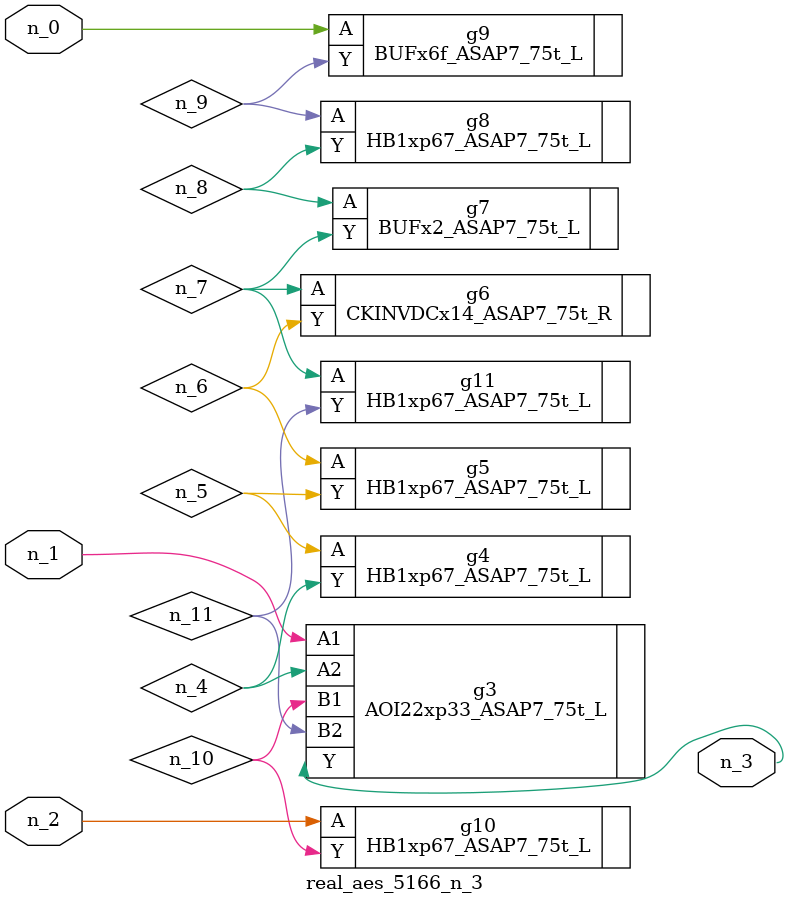
<source format=v>
module real_aes_5166_n_3 (n_0, n_2, n_1, n_3);
input n_0;
input n_2;
input n_1;
output n_3;
wire n_4;
wire n_5;
wire n_7;
wire n_8;
wire n_6;
wire n_9;
wire n_10;
wire n_11;
BUFx6f_ASAP7_75t_L g9 ( .A(n_0), .Y(n_9) );
AOI22xp33_ASAP7_75t_L g3 ( .A1(n_1), .A2(n_4), .B1(n_10), .B2(n_11), .Y(n_3) );
HB1xp67_ASAP7_75t_L g10 ( .A(n_2), .Y(n_10) );
HB1xp67_ASAP7_75t_L g4 ( .A(n_5), .Y(n_4) );
HB1xp67_ASAP7_75t_L g5 ( .A(n_6), .Y(n_5) );
CKINVDCx14_ASAP7_75t_R g6 ( .A(n_7), .Y(n_6) );
HB1xp67_ASAP7_75t_L g11 ( .A(n_7), .Y(n_11) );
BUFx2_ASAP7_75t_L g7 ( .A(n_8), .Y(n_7) );
HB1xp67_ASAP7_75t_L g8 ( .A(n_9), .Y(n_8) );
endmodule
</source>
